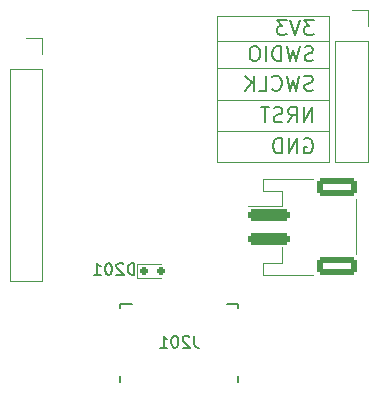
<source format=gbr>
%TF.GenerationSoftware,KiCad,Pcbnew,9.0.3*%
%TF.CreationDate,2025-09-02T10:47:08-04:00*%
%TF.ProjectId,simon,73696d6f-6e2e-46b6-9963-61645f706362,rev?*%
%TF.SameCoordinates,Original*%
%TF.FileFunction,Legend,Bot*%
%TF.FilePolarity,Positive*%
%FSLAX46Y46*%
G04 Gerber Fmt 4.6, Leading zero omitted, Abs format (unit mm)*
G04 Created by KiCad (PCBNEW 9.0.3) date 2025-09-02 10:47:08*
%MOMM*%
%LPD*%
G01*
G04 APERTURE LIST*
G04 Aperture macros list*
%AMRoundRect*
0 Rectangle with rounded corners*
0 $1 Rounding radius*
0 $2 $3 $4 $5 $6 $7 $8 $9 X,Y pos of 4 corners*
0 Add a 4 corners polygon primitive as box body*
4,1,4,$2,$3,$4,$5,$6,$7,$8,$9,$2,$3,0*
0 Add four circle primitives for the rounded corners*
1,1,$1+$1,$2,$3*
1,1,$1+$1,$4,$5*
1,1,$1+$1,$6,$7*
1,1,$1+$1,$8,$9*
0 Add four rect primitives between the rounded corners*
20,1,$1+$1,$2,$3,$4,$5,0*
20,1,$1+$1,$4,$5,$6,$7,0*
20,1,$1+$1,$6,$7,$8,$9,0*
20,1,$1+$1,$8,$9,$2,$3,0*%
G04 Aperture macros list end*
%ADD10C,0.158750*%
%ADD11C,0.150000*%
%ADD12C,0.100000*%
%ADD13C,0.200000*%
%ADD14C,0.120000*%
%ADD15C,2.600000*%
%ADD16C,3.500000*%
%ADD17C,1.950000*%
%ADD18C,1.020000*%
%ADD19R,0.600000X1.550000*%
%ADD20R,0.300000X1.550000*%
%ADD21R,1.700000X1.700000*%
%ADD22C,1.700000*%
%ADD23RoundRect,0.150000X0.150000X0.200000X-0.150000X0.200000X-0.150000X-0.200000X0.150000X-0.200000X0*%
%ADD24RoundRect,0.250000X-1.500000X0.250000X-1.500000X-0.250000X1.500000X-0.250000X1.500000X0.250000X0*%
%ADD25RoundRect,0.250001X-1.449999X0.499999X-1.449999X-0.499999X1.449999X-0.499999X1.449999X0.499999X0*%
G04 APERTURE END LIST*
D10*
X157751631Y-79509271D02*
X156965440Y-79509271D01*
X156965440Y-79509271D02*
X157388774Y-79993080D01*
X157388774Y-79993080D02*
X157207345Y-79993080D01*
X157207345Y-79993080D02*
X157086393Y-80053556D01*
X157086393Y-80053556D02*
X157025917Y-80114033D01*
X157025917Y-80114033D02*
X156965440Y-80234985D01*
X156965440Y-80234985D02*
X156965440Y-80537366D01*
X156965440Y-80537366D02*
X157025917Y-80658318D01*
X157025917Y-80658318D02*
X157086393Y-80718795D01*
X157086393Y-80718795D02*
X157207345Y-80779271D01*
X157207345Y-80779271D02*
X157570202Y-80779271D01*
X157570202Y-80779271D02*
X157691155Y-80718795D01*
X157691155Y-80718795D02*
X157751631Y-80658318D01*
X156602583Y-79509271D02*
X156179250Y-80779271D01*
X156179250Y-80779271D02*
X155755916Y-79509271D01*
X155453536Y-79509271D02*
X154667345Y-79509271D01*
X154667345Y-79509271D02*
X155090679Y-79993080D01*
X155090679Y-79993080D02*
X154909250Y-79993080D01*
X154909250Y-79993080D02*
X154788298Y-80053556D01*
X154788298Y-80053556D02*
X154727822Y-80114033D01*
X154727822Y-80114033D02*
X154667345Y-80234985D01*
X154667345Y-80234985D02*
X154667345Y-80537366D01*
X154667345Y-80537366D02*
X154727822Y-80658318D01*
X154727822Y-80658318D02*
X154788298Y-80718795D01*
X154788298Y-80718795D02*
X154909250Y-80779271D01*
X154909250Y-80779271D02*
X155272107Y-80779271D01*
X155272107Y-80779271D02*
X155393060Y-80718795D01*
X155393060Y-80718795D02*
X155453536Y-80658318D01*
D11*
X157696911Y-82934250D02*
X157515482Y-82994726D01*
X157515482Y-82994726D02*
X157213101Y-82994726D01*
X157213101Y-82994726D02*
X157092149Y-82934250D01*
X157092149Y-82934250D02*
X157031673Y-82873773D01*
X157031673Y-82873773D02*
X156971196Y-82752821D01*
X156971196Y-82752821D02*
X156971196Y-82631869D01*
X156971196Y-82631869D02*
X157031673Y-82510916D01*
X157031673Y-82510916D02*
X157092149Y-82450440D01*
X157092149Y-82450440D02*
X157213101Y-82389964D01*
X157213101Y-82389964D02*
X157455006Y-82329488D01*
X157455006Y-82329488D02*
X157575958Y-82269011D01*
X157575958Y-82269011D02*
X157636435Y-82208535D01*
X157636435Y-82208535D02*
X157696911Y-82087583D01*
X157696911Y-82087583D02*
X157696911Y-81966630D01*
X157696911Y-81966630D02*
X157636435Y-81845678D01*
X157636435Y-81845678D02*
X157575958Y-81785202D01*
X157575958Y-81785202D02*
X157455006Y-81724726D01*
X157455006Y-81724726D02*
X157152625Y-81724726D01*
X157152625Y-81724726D02*
X156971196Y-81785202D01*
X156547863Y-81724726D02*
X156245482Y-82994726D01*
X156245482Y-82994726D02*
X156003577Y-82087583D01*
X156003577Y-82087583D02*
X155761672Y-82994726D01*
X155761672Y-82994726D02*
X155459292Y-81724726D01*
X154975482Y-82994726D02*
X154975482Y-81724726D01*
X154975482Y-81724726D02*
X154673101Y-81724726D01*
X154673101Y-81724726D02*
X154491672Y-81785202D01*
X154491672Y-81785202D02*
X154370720Y-81906154D01*
X154370720Y-81906154D02*
X154310243Y-82027107D01*
X154310243Y-82027107D02*
X154249767Y-82269011D01*
X154249767Y-82269011D02*
X154249767Y-82450440D01*
X154249767Y-82450440D02*
X154310243Y-82692345D01*
X154310243Y-82692345D02*
X154370720Y-82813297D01*
X154370720Y-82813297D02*
X154491672Y-82934250D01*
X154491672Y-82934250D02*
X154673101Y-82994726D01*
X154673101Y-82994726D02*
X154975482Y-82994726D01*
X153705482Y-82994726D02*
X153705482Y-81724726D01*
X152858815Y-81724726D02*
X152616910Y-81724726D01*
X152616910Y-81724726D02*
X152495958Y-81785202D01*
X152495958Y-81785202D02*
X152375005Y-81906154D01*
X152375005Y-81906154D02*
X152314529Y-82148059D01*
X152314529Y-82148059D02*
X152314529Y-82571392D01*
X152314529Y-82571392D02*
X152375005Y-82813297D01*
X152375005Y-82813297D02*
X152495958Y-82934250D01*
X152495958Y-82934250D02*
X152616910Y-82994726D01*
X152616910Y-82994726D02*
X152858815Y-82994726D01*
X152858815Y-82994726D02*
X152979767Y-82934250D01*
X152979767Y-82934250D02*
X153100720Y-82813297D01*
X153100720Y-82813297D02*
X153161196Y-82571392D01*
X153161196Y-82571392D02*
X153161196Y-82148059D01*
X153161196Y-82148059D02*
X153100720Y-81906154D01*
X153100720Y-81906154D02*
X152979767Y-81785202D01*
X152979767Y-81785202D02*
X152858815Y-81724726D01*
D10*
X157691155Y-85438795D02*
X157509726Y-85499271D01*
X157509726Y-85499271D02*
X157207345Y-85499271D01*
X157207345Y-85499271D02*
X157086393Y-85438795D01*
X157086393Y-85438795D02*
X157025917Y-85378318D01*
X157025917Y-85378318D02*
X156965440Y-85257366D01*
X156965440Y-85257366D02*
X156965440Y-85136414D01*
X156965440Y-85136414D02*
X157025917Y-85015461D01*
X157025917Y-85015461D02*
X157086393Y-84954985D01*
X157086393Y-84954985D02*
X157207345Y-84894509D01*
X157207345Y-84894509D02*
X157449250Y-84834033D01*
X157449250Y-84834033D02*
X157570202Y-84773556D01*
X157570202Y-84773556D02*
X157630679Y-84713080D01*
X157630679Y-84713080D02*
X157691155Y-84592128D01*
X157691155Y-84592128D02*
X157691155Y-84471175D01*
X157691155Y-84471175D02*
X157630679Y-84350223D01*
X157630679Y-84350223D02*
X157570202Y-84289747D01*
X157570202Y-84289747D02*
X157449250Y-84229271D01*
X157449250Y-84229271D02*
X157146869Y-84229271D01*
X157146869Y-84229271D02*
X156965440Y-84289747D01*
X156542107Y-84229271D02*
X156239726Y-85499271D01*
X156239726Y-85499271D02*
X155997821Y-84592128D01*
X155997821Y-84592128D02*
X155755916Y-85499271D01*
X155755916Y-85499271D02*
X155453536Y-84229271D01*
X154244011Y-85378318D02*
X154304487Y-85438795D01*
X154304487Y-85438795D02*
X154485916Y-85499271D01*
X154485916Y-85499271D02*
X154606868Y-85499271D01*
X154606868Y-85499271D02*
X154788297Y-85438795D01*
X154788297Y-85438795D02*
X154909249Y-85317842D01*
X154909249Y-85317842D02*
X154969726Y-85196890D01*
X154969726Y-85196890D02*
X155030202Y-84954985D01*
X155030202Y-84954985D02*
X155030202Y-84773556D01*
X155030202Y-84773556D02*
X154969726Y-84531652D01*
X154969726Y-84531652D02*
X154909249Y-84410699D01*
X154909249Y-84410699D02*
X154788297Y-84289747D01*
X154788297Y-84289747D02*
X154606868Y-84229271D01*
X154606868Y-84229271D02*
X154485916Y-84229271D01*
X154485916Y-84229271D02*
X154304487Y-84289747D01*
X154304487Y-84289747D02*
X154244011Y-84350223D01*
X153094964Y-85499271D02*
X153699726Y-85499271D01*
X153699726Y-85499271D02*
X153699726Y-84229271D01*
X152671631Y-85499271D02*
X152671631Y-84229271D01*
X151945916Y-85499271D02*
X152490202Y-84773556D01*
X151945916Y-84229271D02*
X152671631Y-84954985D01*
X157630679Y-88174271D02*
X157630679Y-86904271D01*
X157630679Y-86904271D02*
X156904964Y-88174271D01*
X156904964Y-88174271D02*
X156904964Y-86904271D01*
X155574488Y-88174271D02*
X155997822Y-87569509D01*
X156300203Y-88174271D02*
X156300203Y-86904271D01*
X156300203Y-86904271D02*
X155816393Y-86904271D01*
X155816393Y-86904271D02*
X155695441Y-86964747D01*
X155695441Y-86964747D02*
X155634964Y-87025223D01*
X155634964Y-87025223D02*
X155574488Y-87146175D01*
X155574488Y-87146175D02*
X155574488Y-87327604D01*
X155574488Y-87327604D02*
X155634964Y-87448556D01*
X155634964Y-87448556D02*
X155695441Y-87509033D01*
X155695441Y-87509033D02*
X155816393Y-87569509D01*
X155816393Y-87569509D02*
X156300203Y-87569509D01*
X155090679Y-88113795D02*
X154909250Y-88174271D01*
X154909250Y-88174271D02*
X154606869Y-88174271D01*
X154606869Y-88174271D02*
X154485917Y-88113795D01*
X154485917Y-88113795D02*
X154425441Y-88053318D01*
X154425441Y-88053318D02*
X154364964Y-87932366D01*
X154364964Y-87932366D02*
X154364964Y-87811414D01*
X154364964Y-87811414D02*
X154425441Y-87690461D01*
X154425441Y-87690461D02*
X154485917Y-87629985D01*
X154485917Y-87629985D02*
X154606869Y-87569509D01*
X154606869Y-87569509D02*
X154848774Y-87509033D01*
X154848774Y-87509033D02*
X154969726Y-87448556D01*
X154969726Y-87448556D02*
X155030203Y-87388080D01*
X155030203Y-87388080D02*
X155090679Y-87267128D01*
X155090679Y-87267128D02*
X155090679Y-87146175D01*
X155090679Y-87146175D02*
X155030203Y-87025223D01*
X155030203Y-87025223D02*
X154969726Y-86964747D01*
X154969726Y-86964747D02*
X154848774Y-86904271D01*
X154848774Y-86904271D02*
X154546393Y-86904271D01*
X154546393Y-86904271D02*
X154364964Y-86964747D01*
X154002107Y-86904271D02*
X153276393Y-86904271D01*
X153639250Y-88174271D02*
X153639250Y-86904271D01*
X156965440Y-89584747D02*
X157086393Y-89524271D01*
X157086393Y-89524271D02*
X157267821Y-89524271D01*
X157267821Y-89524271D02*
X157449250Y-89584747D01*
X157449250Y-89584747D02*
X157570202Y-89705699D01*
X157570202Y-89705699D02*
X157630679Y-89826652D01*
X157630679Y-89826652D02*
X157691155Y-90068556D01*
X157691155Y-90068556D02*
X157691155Y-90249985D01*
X157691155Y-90249985D02*
X157630679Y-90491890D01*
X157630679Y-90491890D02*
X157570202Y-90612842D01*
X157570202Y-90612842D02*
X157449250Y-90733795D01*
X157449250Y-90733795D02*
X157267821Y-90794271D01*
X157267821Y-90794271D02*
X157146869Y-90794271D01*
X157146869Y-90794271D02*
X156965440Y-90733795D01*
X156965440Y-90733795D02*
X156904964Y-90673318D01*
X156904964Y-90673318D02*
X156904964Y-90249985D01*
X156904964Y-90249985D02*
X157146869Y-90249985D01*
X156360679Y-90794271D02*
X156360679Y-89524271D01*
X156360679Y-89524271D02*
X155634964Y-90794271D01*
X155634964Y-90794271D02*
X155634964Y-89524271D01*
X155030203Y-90794271D02*
X155030203Y-89524271D01*
X155030203Y-89524271D02*
X154727822Y-89524271D01*
X154727822Y-89524271D02*
X154546393Y-89584747D01*
X154546393Y-89584747D02*
X154425441Y-89705699D01*
X154425441Y-89705699D02*
X154364964Y-89826652D01*
X154364964Y-89826652D02*
X154304488Y-90068556D01*
X154304488Y-90068556D02*
X154304488Y-90249985D01*
X154304488Y-90249985D02*
X154364964Y-90491890D01*
X154364964Y-90491890D02*
X154425441Y-90612842D01*
X154425441Y-90612842D02*
X154546393Y-90733795D01*
X154546393Y-90733795D02*
X154727822Y-90794271D01*
X154727822Y-90794271D02*
X155030203Y-90794271D01*
D12*
X159040000Y-81260000D02*
X149550000Y-81260000D01*
X159040000Y-83570000D02*
X149550000Y-83570000D01*
X159040000Y-86270000D02*
X149550000Y-86270000D01*
X159040000Y-88920000D02*
X149550000Y-88920000D01*
X149550000Y-79140000D02*
X159040000Y-79140000D01*
X159040000Y-79140000D02*
X159040000Y-91510000D01*
X159040000Y-91510000D02*
X149550000Y-91510000D01*
X149550000Y-91510000D02*
X149550000Y-79140000D01*
D11*
X147655714Y-106249819D02*
X147655714Y-106964104D01*
X147655714Y-106964104D02*
X147703333Y-107106961D01*
X147703333Y-107106961D02*
X147798571Y-107202200D01*
X147798571Y-107202200D02*
X147941428Y-107249819D01*
X147941428Y-107249819D02*
X148036666Y-107249819D01*
X147227142Y-106345057D02*
X147179523Y-106297438D01*
X147179523Y-106297438D02*
X147084285Y-106249819D01*
X147084285Y-106249819D02*
X146846190Y-106249819D01*
X146846190Y-106249819D02*
X146750952Y-106297438D01*
X146750952Y-106297438D02*
X146703333Y-106345057D01*
X146703333Y-106345057D02*
X146655714Y-106440295D01*
X146655714Y-106440295D02*
X146655714Y-106535533D01*
X146655714Y-106535533D02*
X146703333Y-106678390D01*
X146703333Y-106678390D02*
X147274761Y-107249819D01*
X147274761Y-107249819D02*
X146655714Y-107249819D01*
X146036666Y-106249819D02*
X145941428Y-106249819D01*
X145941428Y-106249819D02*
X145846190Y-106297438D01*
X145846190Y-106297438D02*
X145798571Y-106345057D01*
X145798571Y-106345057D02*
X145750952Y-106440295D01*
X145750952Y-106440295D02*
X145703333Y-106630771D01*
X145703333Y-106630771D02*
X145703333Y-106868866D01*
X145703333Y-106868866D02*
X145750952Y-107059342D01*
X145750952Y-107059342D02*
X145798571Y-107154580D01*
X145798571Y-107154580D02*
X145846190Y-107202200D01*
X145846190Y-107202200D02*
X145941428Y-107249819D01*
X145941428Y-107249819D02*
X146036666Y-107249819D01*
X146036666Y-107249819D02*
X146131904Y-107202200D01*
X146131904Y-107202200D02*
X146179523Y-107154580D01*
X146179523Y-107154580D02*
X146227142Y-107059342D01*
X146227142Y-107059342D02*
X146274761Y-106868866D01*
X146274761Y-106868866D02*
X146274761Y-106630771D01*
X146274761Y-106630771D02*
X146227142Y-106440295D01*
X146227142Y-106440295D02*
X146179523Y-106345057D01*
X146179523Y-106345057D02*
X146131904Y-106297438D01*
X146131904Y-106297438D02*
X146036666Y-106249819D01*
X144750952Y-107249819D02*
X145322380Y-107249819D01*
X145036666Y-107249819D02*
X145036666Y-106249819D01*
X145036666Y-106249819D02*
X145131904Y-106392676D01*
X145131904Y-106392676D02*
X145227142Y-106487914D01*
X145227142Y-106487914D02*
X145322380Y-106535533D01*
X142570475Y-101084819D02*
X142570475Y-100084819D01*
X142570475Y-100084819D02*
X142332380Y-100084819D01*
X142332380Y-100084819D02*
X142189523Y-100132438D01*
X142189523Y-100132438D02*
X142094285Y-100227676D01*
X142094285Y-100227676D02*
X142046666Y-100322914D01*
X142046666Y-100322914D02*
X141999047Y-100513390D01*
X141999047Y-100513390D02*
X141999047Y-100656247D01*
X141999047Y-100656247D02*
X142046666Y-100846723D01*
X142046666Y-100846723D02*
X142094285Y-100941961D01*
X142094285Y-100941961D02*
X142189523Y-101037200D01*
X142189523Y-101037200D02*
X142332380Y-101084819D01*
X142332380Y-101084819D02*
X142570475Y-101084819D01*
X141618094Y-100180057D02*
X141570475Y-100132438D01*
X141570475Y-100132438D02*
X141475237Y-100084819D01*
X141475237Y-100084819D02*
X141237142Y-100084819D01*
X141237142Y-100084819D02*
X141141904Y-100132438D01*
X141141904Y-100132438D02*
X141094285Y-100180057D01*
X141094285Y-100180057D02*
X141046666Y-100275295D01*
X141046666Y-100275295D02*
X141046666Y-100370533D01*
X141046666Y-100370533D02*
X141094285Y-100513390D01*
X141094285Y-100513390D02*
X141665713Y-101084819D01*
X141665713Y-101084819D02*
X141046666Y-101084819D01*
X140427618Y-100084819D02*
X140332380Y-100084819D01*
X140332380Y-100084819D02*
X140237142Y-100132438D01*
X140237142Y-100132438D02*
X140189523Y-100180057D01*
X140189523Y-100180057D02*
X140141904Y-100275295D01*
X140141904Y-100275295D02*
X140094285Y-100465771D01*
X140094285Y-100465771D02*
X140094285Y-100703866D01*
X140094285Y-100703866D02*
X140141904Y-100894342D01*
X140141904Y-100894342D02*
X140189523Y-100989580D01*
X140189523Y-100989580D02*
X140237142Y-101037200D01*
X140237142Y-101037200D02*
X140332380Y-101084819D01*
X140332380Y-101084819D02*
X140427618Y-101084819D01*
X140427618Y-101084819D02*
X140522856Y-101037200D01*
X140522856Y-101037200D02*
X140570475Y-100989580D01*
X140570475Y-100989580D02*
X140618094Y-100894342D01*
X140618094Y-100894342D02*
X140665713Y-100703866D01*
X140665713Y-100703866D02*
X140665713Y-100465771D01*
X140665713Y-100465771D02*
X140618094Y-100275295D01*
X140618094Y-100275295D02*
X140570475Y-100180057D01*
X140570475Y-100180057D02*
X140522856Y-100132438D01*
X140522856Y-100132438D02*
X140427618Y-100084819D01*
X139141904Y-101084819D02*
X139713332Y-101084819D01*
X139427618Y-101084819D02*
X139427618Y-100084819D01*
X139427618Y-100084819D02*
X139522856Y-100227676D01*
X139522856Y-100227676D02*
X139618094Y-100322914D01*
X139618094Y-100322914D02*
X139713332Y-100370533D01*
D13*
%TO.C,J201*%
X141370000Y-103546000D02*
X141370000Y-103858000D01*
X141370000Y-109608000D02*
X141370000Y-110195000D01*
X142370000Y-103546000D02*
X141370000Y-103546000D01*
X150370000Y-103546000D02*
X151370000Y-103546000D01*
X151370000Y-103546000D02*
X151370000Y-103858000D01*
X151370000Y-110195000D02*
X151370000Y-109608000D01*
D14*
%TO.C,J301*%
X132010000Y-83690000D02*
X132010000Y-101580000D01*
X134770000Y-81040000D02*
X133390000Y-81040000D01*
X134770000Y-82420000D02*
X134770000Y-81040000D01*
X134770000Y-83690000D02*
X132010000Y-83690000D01*
X134770000Y-83690000D02*
X134770000Y-101580000D01*
X134770000Y-101580000D02*
X132010000Y-101580000D01*
%TO.C,D201*%
X142820000Y-101330000D02*
X142820000Y-100130000D01*
X144780000Y-100130000D02*
X142820000Y-100130000D01*
X144780000Y-101330000D02*
X142820000Y-101330000D01*
%TO.C,J401*%
X159580000Y-81270000D02*
X159580000Y-91540000D01*
X162340000Y-78620000D02*
X160960000Y-78620000D01*
X162340000Y-80000000D02*
X162340000Y-78620000D01*
X162340000Y-81270000D02*
X159580000Y-81270000D01*
X162340000Y-81270000D02*
X162340000Y-91540000D01*
X162340000Y-91540000D02*
X159580000Y-91540000D01*
%TO.C,J202*%
X153470000Y-92950000D02*
X153470000Y-93970000D01*
X153470000Y-93970000D02*
X155070000Y-93970000D01*
X153470000Y-100050000D02*
X155070000Y-100050000D01*
X153470000Y-101070000D02*
X153470000Y-100050000D01*
X155070000Y-93970000D02*
X155070000Y-95250000D01*
X155070000Y-95250000D02*
X152180000Y-95250000D01*
X155070000Y-100050000D02*
X155070000Y-98770000D01*
X157720000Y-92950000D02*
X153470000Y-92950000D01*
X157720000Y-101070000D02*
X153470000Y-101070000D01*
X161290000Y-94670000D02*
X161290000Y-99350000D01*
%TD*%
%LPC*%
D15*
%TO.C,N301*%
X135080000Y-75000000D03*
D16*
X135080000Y-75000000D03*
D15*
X135080000Y-106800000D03*
D16*
X135080000Y-106800000D03*
D15*
X159380000Y-75000000D03*
D16*
X159380000Y-75000000D03*
D15*
X159380000Y-106800000D03*
D16*
X159380000Y-106800000D03*
%TD*%
D17*
%TO.C,J201*%
X151265000Y-108295000D03*
X151265000Y-105295000D03*
D18*
X149620000Y-105395000D03*
X143120000Y-105395000D03*
D17*
X141475000Y-108295000D03*
X141475000Y-105295000D03*
D19*
X149570000Y-103321000D03*
X148770000Y-103321000D03*
D20*
X147620000Y-103321000D03*
X146620000Y-103321000D03*
X146120000Y-103321000D03*
X145120000Y-103321000D03*
D19*
X143970000Y-103321000D03*
X143170000Y-103321000D03*
D20*
X144620000Y-103321000D03*
X145620000Y-103321000D03*
X147120000Y-103321000D03*
X148120000Y-103321000D03*
%TD*%
D21*
%TO.C,J301*%
X133390000Y-82420000D03*
D22*
X133390000Y-84960000D03*
X133390000Y-87500000D03*
X133390000Y-90040000D03*
X133390000Y-92580000D03*
X133390000Y-95120000D03*
X133390000Y-97660000D03*
X133390000Y-100200000D03*
%TD*%
D23*
%TO.C,D201*%
X143380000Y-100730000D03*
X144780000Y-100730000D03*
%TD*%
D21*
%TO.C,J401*%
X160960000Y-80000000D03*
D22*
X160960000Y-82540000D03*
X160960000Y-85080000D03*
X160960000Y-87620000D03*
X160960000Y-90160000D03*
%TD*%
D24*
%TO.C,J202*%
X153930000Y-96010000D03*
X153930000Y-98010000D03*
D25*
X159680000Y-93660000D03*
X159680000Y-100360000D03*
%TD*%
%LPD*%
M02*

</source>
